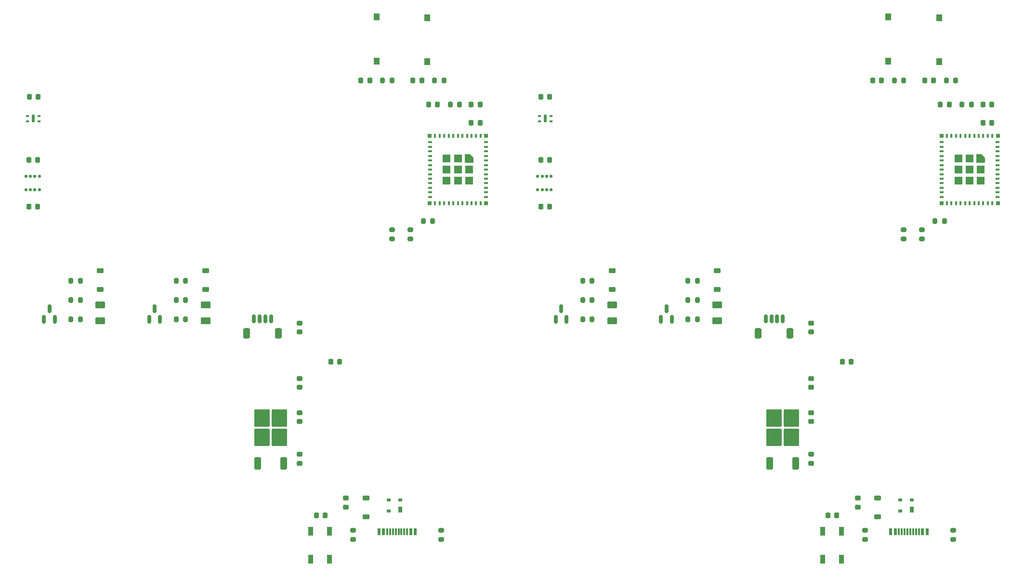
<source format=gbr>
%TF.GenerationSoftware,KiCad,Pcbnew,(7.0.0-0)*%
%TF.CreationDate,2023-04-09T15:50:48-04:00*%
%TF.ProjectId,KwartzLab-SensorBoard-Rev2 Panel,4b776172-747a-44c6-9162-2d53656e736f,2*%
%TF.SameCoordinates,Original*%
%TF.FileFunction,Paste,Top*%
%TF.FilePolarity,Positive*%
%FSLAX46Y46*%
G04 Gerber Fmt 4.6, Leading zero omitted, Abs format (unit mm)*
G04 Created by KiCad (PCBNEW (7.0.0-0)) date 2023-04-09 15:50:48*
%MOMM*%
%LPD*%
G01*
G04 APERTURE LIST*
G04 Aperture macros list*
%AMRoundRect*
0 Rectangle with rounded corners*
0 $1 Rounding radius*
0 $2 $3 $4 $5 $6 $7 $8 $9 X,Y pos of 4 corners*
0 Add a 4 corners polygon primitive as box body*
4,1,4,$2,$3,$4,$5,$6,$7,$8,$9,$2,$3,0*
0 Add four circle primitives for the rounded corners*
1,1,$1+$1,$2,$3*
1,1,$1+$1,$4,$5*
1,1,$1+$1,$6,$7*
1,1,$1+$1,$8,$9*
0 Add four rect primitives between the rounded corners*
20,1,$1+$1,$2,$3,$4,$5,0*
20,1,$1+$1,$4,$5,$6,$7,0*
20,1,$1+$1,$6,$7,$8,$9,0*
20,1,$1+$1,$8,$9,$2,$3,0*%
%AMFreePoly0*
4,1,6,0.725000,-0.725000,-0.725000,-0.725000,-0.725000,0.125000,-0.125000,0.725000,0.725000,0.725000,0.725000,-0.725000,0.725000,-0.725000,$1*%
G04 Aperture macros list end*
%ADD10RoundRect,0.250000X0.350000X-0.850000X0.350000X0.850000X-0.350000X0.850000X-0.350000X-0.850000X0*%
%ADD11RoundRect,0.250000X1.125000X-1.275000X1.125000X1.275000X-1.125000X1.275000X-1.125000X-1.275000X0*%
%ADD12R,1.000000X1.250000*%
%ADD13RoundRect,0.225000X-0.225000X-0.250000X0.225000X-0.250000X0.225000X0.250000X-0.225000X0.250000X0*%
%ADD14RoundRect,0.200000X0.200000X0.275000X-0.200000X0.275000X-0.200000X-0.275000X0.200000X-0.275000X0*%
%ADD15RoundRect,0.150000X0.150000X-0.587500X0.150000X0.587500X-0.150000X0.587500X-0.150000X-0.587500X0*%
%ADD16RoundRect,0.225000X0.375000X-0.225000X0.375000X0.225000X-0.375000X0.225000X-0.375000X-0.225000X0*%
%ADD17R,0.400000X0.800000*%
%ADD18R,0.800000X0.400000*%
%ADD19FreePoly0,270.000000*%
%ADD20R,1.450000X1.450000*%
%ADD21R,0.700000X0.700000*%
%ADD22RoundRect,0.200000X-0.275000X0.200000X-0.275000X-0.200000X0.275000X-0.200000X0.275000X0.200000X0*%
%ADD23RoundRect,0.200000X-0.200000X-0.275000X0.200000X-0.275000X0.200000X0.275000X-0.200000X0.275000X0*%
%ADD24RoundRect,0.225000X0.225000X0.250000X-0.225000X0.250000X-0.225000X-0.250000X0.225000X-0.250000X0*%
%ADD25RoundRect,0.225000X0.250000X-0.225000X0.250000X0.225000X-0.250000X0.225000X-0.250000X-0.225000X0*%
%ADD26R,0.900000X1.500000*%
%ADD27RoundRect,0.225000X-0.375000X0.225000X-0.375000X-0.225000X0.375000X-0.225000X0.375000X0.225000X0*%
%ADD28RoundRect,0.150000X0.150000X0.625000X-0.150000X0.625000X-0.150000X-0.625000X0.150000X-0.625000X0*%
%ADD29RoundRect,0.250000X0.350000X0.650000X-0.350000X0.650000X-0.350000X-0.650000X0.350000X-0.650000X0*%
%ADD30RoundRect,0.250000X-0.625000X0.375000X-0.625000X-0.375000X0.625000X-0.375000X0.625000X0.375000X0*%
%ADD31RoundRect,0.125000X-0.125000X-0.137500X0.125000X-0.137500X0.125000X0.137500X-0.125000X0.137500X0*%
%ADD32RoundRect,0.225000X-0.250000X0.225000X-0.250000X-0.225000X0.250000X-0.225000X0.250000X0.225000X0*%
%ADD33R,0.600000X1.150000*%
%ADD34R,0.300000X1.150000*%
%ADD35RoundRect,0.087500X-0.187500X-0.087500X0.187500X-0.087500X0.187500X0.087500X-0.187500X0.087500X0*%
%ADD36RoundRect,0.125000X-0.125000X-0.575000X0.125000X-0.575000X0.125000X0.575000X-0.125000X0.575000X0*%
%ADD37RoundRect,0.087500X0.187500X0.087500X-0.187500X0.087500X-0.187500X-0.087500X0.187500X-0.087500X0*%
%ADD38R,0.700000X1.000000*%
%ADD39R,0.700000X0.600000*%
G04 APERTURE END LIST*
D10*
%TO.C,U2*%
X183144994Y-107625000D03*
D11*
X183899994Y-103000000D03*
X186949994Y-103000000D03*
X183899994Y-99650000D03*
X186949994Y-99650000D03*
D10*
X187704994Y-107625000D03*
%TD*%
%TO.C,U2*%
X93187806Y-107625000D03*
D11*
X93942806Y-103000000D03*
X96992806Y-103000000D03*
X93942806Y-99650000D03*
X96992806Y-99650000D03*
D10*
X97747806Y-107625000D03*
%TD*%
D12*
%TO.C,SW1*%
X203999993Y-29124999D03*
X203999993Y-36874999D03*
%TD*%
%TO.C,SW1*%
X114042805Y-29124999D03*
X114042805Y-36874999D03*
%TD*%
D13*
%TO.C,C7*%
X201249994Y-40250000D03*
X202799994Y-40250000D03*
%TD*%
%TO.C,C7*%
X111292806Y-40250000D03*
X112842806Y-40250000D03*
%TD*%
D14*
%TO.C,R13*%
X170449994Y-82250000D03*
X168799994Y-82250000D03*
%TD*%
%TO.C,R13*%
X80492806Y-82250000D03*
X78842806Y-82250000D03*
%TD*%
D15*
%TO.C,Q2*%
X164049994Y-82250000D03*
X165949994Y-82250000D03*
X164999994Y-80375000D03*
%TD*%
%TO.C,Q2*%
X74092806Y-82250000D03*
X75992806Y-82250000D03*
X75042806Y-80375000D03*
%TD*%
D16*
%TO.C,D6*%
X155449994Y-77050000D03*
X155449994Y-73750000D03*
%TD*%
%TO.C,D6*%
X65492806Y-77050000D03*
X65492806Y-73750000D03*
%TD*%
D17*
%TO.C,U1*%
X222299993Y-50049999D03*
X221499993Y-50049999D03*
X220699993Y-50049999D03*
X219899993Y-50049999D03*
X219099993Y-50049999D03*
X218299993Y-50049999D03*
X217499993Y-50049999D03*
X216699993Y-50049999D03*
X215899993Y-50049999D03*
X215099993Y-50049999D03*
X214299993Y-50049999D03*
D18*
X213399993Y-51149999D03*
X213399993Y-51949999D03*
X213399993Y-52749999D03*
X213399993Y-53549999D03*
X213399993Y-54349999D03*
X213399993Y-55149999D03*
X213399993Y-55949999D03*
X213399993Y-56749999D03*
X213399993Y-57549999D03*
X213399993Y-58349999D03*
X213399993Y-59149999D03*
X213399993Y-59949999D03*
X213399993Y-60749999D03*
D17*
X214299993Y-61849999D03*
X215099993Y-61849999D03*
X215899993Y-61849999D03*
X216699993Y-61849999D03*
X217499993Y-61849999D03*
X218299993Y-61849999D03*
X219099993Y-61849999D03*
X219899993Y-61849999D03*
X220699993Y-61849999D03*
X221499993Y-61849999D03*
X222299993Y-61849999D03*
D18*
X223199993Y-60749999D03*
X223199993Y-59949999D03*
X223199993Y-59149999D03*
X223199993Y-58349999D03*
X223199993Y-57549999D03*
X223199993Y-56749999D03*
X223199993Y-55949999D03*
X223199993Y-55149999D03*
X223199993Y-54349999D03*
X223199993Y-53549999D03*
X223199993Y-52749999D03*
X223199993Y-51949999D03*
X223199993Y-51149999D03*
D19*
X220274994Y-53975000D03*
D20*
X218299993Y-53974999D03*
X216324993Y-53974999D03*
X220274993Y-55949999D03*
X218299993Y-55949999D03*
X216324993Y-55949999D03*
X220274993Y-57924999D03*
X218299993Y-57924999D03*
X216324993Y-57924999D03*
D21*
X223249993Y-61899999D03*
X213349993Y-61899999D03*
X213349993Y-49999999D03*
X223249993Y-49999999D03*
%TD*%
D17*
%TO.C,U1*%
X132342805Y-50049999D03*
X131542805Y-50049999D03*
X130742805Y-50049999D03*
X129942805Y-50049999D03*
X129142805Y-50049999D03*
X128342805Y-50049999D03*
X127542805Y-50049999D03*
X126742805Y-50049999D03*
X125942805Y-50049999D03*
X125142805Y-50049999D03*
X124342805Y-50049999D03*
D18*
X123442805Y-51149999D03*
X123442805Y-51949999D03*
X123442805Y-52749999D03*
X123442805Y-53549999D03*
X123442805Y-54349999D03*
X123442805Y-55149999D03*
X123442805Y-55949999D03*
X123442805Y-56749999D03*
X123442805Y-57549999D03*
X123442805Y-58349999D03*
X123442805Y-59149999D03*
X123442805Y-59949999D03*
X123442805Y-60749999D03*
D17*
X124342805Y-61849999D03*
X125142805Y-61849999D03*
X125942805Y-61849999D03*
X126742805Y-61849999D03*
X127542805Y-61849999D03*
X128342805Y-61849999D03*
X129142805Y-61849999D03*
X129942805Y-61849999D03*
X130742805Y-61849999D03*
X131542805Y-61849999D03*
X132342805Y-61849999D03*
D18*
X133242805Y-60749999D03*
X133242805Y-59949999D03*
X133242805Y-59149999D03*
X133242805Y-58349999D03*
X133242805Y-57549999D03*
X133242805Y-56749999D03*
X133242805Y-55949999D03*
X133242805Y-55149999D03*
X133242805Y-54349999D03*
X133242805Y-53549999D03*
X133242805Y-52749999D03*
X133242805Y-51949999D03*
X133242805Y-51149999D03*
D19*
X130317806Y-53975000D03*
D20*
X128342805Y-53974999D03*
X126367805Y-53974999D03*
X130317805Y-55949999D03*
X128342805Y-55949999D03*
X126367805Y-55949999D03*
X130317805Y-57924999D03*
X128342805Y-57924999D03*
X126367805Y-57924999D03*
D21*
X133292805Y-61899999D03*
X123392805Y-61899999D03*
X123392805Y-49999999D03*
X133292805Y-49999999D03*
%TD*%
D22*
%TO.C,R4*%
X199879994Y-119350000D03*
X199879994Y-121000000D03*
%TD*%
%TO.C,R4*%
X109922806Y-119350000D03*
X109922806Y-121000000D03*
%TD*%
D13*
%TO.C,C2*%
X130692806Y-47750000D03*
X132242806Y-47750000D03*
%TD*%
%TO.C,C2*%
X220649994Y-47750000D03*
X222199994Y-47750000D03*
%TD*%
D23*
%TO.C,R8*%
X150299994Y-78875000D03*
X151949994Y-78875000D03*
%TD*%
%TO.C,R8*%
X60342806Y-78875000D03*
X61992806Y-78875000D03*
%TD*%
D24*
%TO.C,C14*%
X197499994Y-89750000D03*
X195949994Y-89750000D03*
%TD*%
%TO.C,C14*%
X107542806Y-89750000D03*
X105992806Y-89750000D03*
%TD*%
D22*
%TO.C,R1*%
X209949994Y-66500000D03*
X209949994Y-68150000D03*
%TD*%
%TO.C,R1*%
X119992806Y-66500000D03*
X119992806Y-68150000D03*
%TD*%
D13*
%TO.C,C10*%
X142949994Y-43187500D03*
X144499994Y-43187500D03*
%TD*%
%TO.C,C10*%
X52992806Y-43187500D03*
X54542806Y-43187500D03*
%TD*%
D25*
%TO.C,C15*%
X190449994Y-84500000D03*
X190449994Y-82950000D03*
%TD*%
%TO.C,C15*%
X100492806Y-84500000D03*
X100492806Y-82950000D03*
%TD*%
D26*
%TO.C,D3*%
X192449993Y-124399999D03*
X195749993Y-124399999D03*
X195749993Y-119499999D03*
X192449993Y-119499999D03*
%TD*%
%TO.C,D3*%
X102492805Y-124399999D03*
X105792805Y-124399999D03*
X105792805Y-119499999D03*
X102492805Y-119499999D03*
%TD*%
D25*
%TO.C,C13*%
X190449994Y-94250000D03*
X190449994Y-92700000D03*
%TD*%
%TO.C,C13*%
X100492806Y-94250000D03*
X100492806Y-92700000D03*
%TD*%
D22*
%TO.C,R5*%
X125422806Y-119350000D03*
X125422806Y-121000000D03*
%TD*%
%TO.C,R5*%
X215379994Y-119350000D03*
X215379994Y-121000000D03*
%TD*%
D12*
%TO.C,SW2*%
X212949993Y-29249999D03*
X212949993Y-36999999D03*
%TD*%
%TO.C,SW2*%
X122992805Y-29249999D03*
X122992805Y-36999999D03*
%TD*%
D25*
%TO.C,C5*%
X100492806Y-100250000D03*
X100492806Y-98700000D03*
%TD*%
%TO.C,C5*%
X190449994Y-100250000D03*
X190449994Y-98700000D03*
%TD*%
D23*
%TO.C,R7*%
X214199994Y-40250000D03*
X215849994Y-40250000D03*
%TD*%
%TO.C,R7*%
X124242806Y-40250000D03*
X125892806Y-40250000D03*
%TD*%
D27*
%TO.C,D2*%
X202129994Y-113700000D03*
X202129994Y-117000000D03*
%TD*%
%TO.C,D2*%
X112172806Y-113700000D03*
X112172806Y-117000000D03*
%TD*%
D13*
%TO.C,C1*%
X213149994Y-44500000D03*
X214699994Y-44500000D03*
%TD*%
%TO.C,C1*%
X123192806Y-44500000D03*
X124742806Y-44500000D03*
%TD*%
D28*
%TO.C,J7*%
X185449994Y-82225000D03*
X184449994Y-82225000D03*
X183449994Y-82225000D03*
X182449994Y-82225000D03*
D29*
X186749994Y-84750000D03*
X181149994Y-84750000D03*
%TD*%
D28*
%TO.C,J7*%
X95492806Y-82225000D03*
X94492806Y-82225000D03*
X93492806Y-82225000D03*
X92492806Y-82225000D03*
D29*
X96792806Y-84750000D03*
X91192806Y-84750000D03*
%TD*%
D13*
%TO.C,C8*%
X210399994Y-40250000D03*
X211949994Y-40250000D03*
%TD*%
%TO.C,C8*%
X120442806Y-40250000D03*
X121992806Y-40250000D03*
%TD*%
D23*
%TO.C,R14*%
X212199994Y-64990000D03*
X213849994Y-64990000D03*
%TD*%
%TO.C,R14*%
X122242806Y-64990000D03*
X123892806Y-64990000D03*
%TD*%
D14*
%TO.C,R10*%
X151949994Y-75500000D03*
X150299994Y-75500000D03*
%TD*%
%TO.C,R10*%
X61992806Y-75500000D03*
X60342806Y-75500000D03*
%TD*%
%TO.C,R12*%
X170449994Y-75500000D03*
X168799994Y-75500000D03*
%TD*%
%TO.C,R12*%
X80492806Y-75500000D03*
X78842806Y-75500000D03*
%TD*%
D16*
%TO.C,D7*%
X173949994Y-77050000D03*
X173949994Y-73750000D03*
%TD*%
%TO.C,D7*%
X83992806Y-77050000D03*
X83992806Y-73750000D03*
%TD*%
D30*
%TO.C,D4*%
X155449994Y-79700000D03*
X155449994Y-82500000D03*
%TD*%
%TO.C,D4*%
X65492806Y-79700000D03*
X65492806Y-82500000D03*
%TD*%
D13*
%TO.C,C3*%
X220649994Y-44500000D03*
X222199994Y-44500000D03*
%TD*%
%TO.C,C3*%
X130692806Y-44500000D03*
X132242806Y-44500000D03*
%TD*%
D31*
%TO.C,U4*%
X142349994Y-57125000D03*
X143149994Y-57125000D03*
X143949994Y-57125000D03*
X144749994Y-57125000D03*
X144749994Y-59500000D03*
X143949994Y-59500000D03*
X143149994Y-59500000D03*
X142349994Y-59500000D03*
%TD*%
%TO.C,U4*%
X52392806Y-57125000D03*
X53192806Y-57125000D03*
X53992806Y-57125000D03*
X54792806Y-57125000D03*
X54792806Y-59500000D03*
X53992806Y-59500000D03*
X53192806Y-59500000D03*
X52392806Y-59500000D03*
%TD*%
D32*
%TO.C,C6*%
X198629994Y-113700000D03*
X198629994Y-115250000D03*
%TD*%
%TO.C,C6*%
X108672806Y-113700000D03*
X108672806Y-115250000D03*
%TD*%
D33*
%TO.C,J2*%
X204429993Y-119644999D03*
X205229993Y-119644999D03*
D34*
X206379993Y-119644999D03*
X207379993Y-119644999D03*
X207879993Y-119644999D03*
X208879993Y-119644999D03*
D33*
X210029993Y-119644999D03*
X210829993Y-119644999D03*
X210829993Y-119644999D03*
X210029993Y-119644999D03*
D34*
X209379993Y-119644999D03*
X208379993Y-119644999D03*
X206879993Y-119644999D03*
X205879993Y-119644999D03*
D33*
X205229993Y-119644999D03*
X204429993Y-119644999D03*
%TD*%
%TO.C,J2*%
X114472805Y-119644999D03*
X115272805Y-119644999D03*
D34*
X116422805Y-119644999D03*
X117422805Y-119644999D03*
X117922805Y-119644999D03*
X118922805Y-119644999D03*
D33*
X120072805Y-119644999D03*
X120872805Y-119644999D03*
X120872805Y-119644999D03*
X120072805Y-119644999D03*
D34*
X119422805Y-119644999D03*
X118422805Y-119644999D03*
X116922805Y-119644999D03*
X115922805Y-119644999D03*
D33*
X115272805Y-119644999D03*
X114472805Y-119644999D03*
%TD*%
D14*
%TO.C,R11*%
X151949994Y-82250000D03*
X150299994Y-82250000D03*
%TD*%
%TO.C,R11*%
X61992806Y-82250000D03*
X60342806Y-82250000D03*
%TD*%
D15*
%TO.C,Q1*%
X145549994Y-82250000D03*
X147449994Y-82250000D03*
X146499994Y-80375000D03*
%TD*%
%TO.C,Q1*%
X55592806Y-82250000D03*
X57492806Y-82250000D03*
X56542806Y-80375000D03*
%TD*%
D22*
%TO.C,R2*%
X206699994Y-66500000D03*
X206699994Y-68150000D03*
%TD*%
%TO.C,R2*%
X116742806Y-66500000D03*
X116742806Y-68150000D03*
%TD*%
D35*
%TO.C,U3*%
X142649994Y-46500000D03*
X142649994Y-47500000D03*
D36*
X143674994Y-47000000D03*
D37*
X144699994Y-46500000D03*
X144699994Y-47500000D03*
%TD*%
D35*
%TO.C,U3*%
X52692806Y-46500000D03*
X52692806Y-47500000D03*
D36*
X53717806Y-47000000D03*
D37*
X54742806Y-46500000D03*
X54742806Y-47500000D03*
%TD*%
D23*
%TO.C,R9*%
X168799994Y-78875000D03*
X170449994Y-78875000D03*
%TD*%
%TO.C,R9*%
X78842806Y-78875000D03*
X80492806Y-78875000D03*
%TD*%
D30*
%TO.C,D5*%
X173949994Y-79700000D03*
X173949994Y-82500000D03*
%TD*%
%TO.C,D5*%
X83992806Y-79700000D03*
X83992806Y-82500000D03*
%TD*%
D38*
%TO.C,D1*%
X208129993Y-115749999D03*
D39*
X208129993Y-114049999D03*
X206129993Y-114049999D03*
X206129993Y-115949999D03*
%TD*%
D38*
%TO.C,D1*%
X118172805Y-115749999D03*
D39*
X118172805Y-114049999D03*
X116172805Y-114049999D03*
X116172805Y-115949999D03*
%TD*%
D25*
%TO.C,C4*%
X190449994Y-107550000D03*
X190449994Y-106000000D03*
%TD*%
%TO.C,C4*%
X100492806Y-107550000D03*
X100492806Y-106000000D03*
%TD*%
D23*
%TO.C,R6*%
X205049994Y-40250000D03*
X206699994Y-40250000D03*
%TD*%
%TO.C,R6*%
X115092806Y-40250000D03*
X116742806Y-40250000D03*
%TD*%
D13*
%TO.C,C11*%
X142899994Y-54250000D03*
X144449994Y-54250000D03*
%TD*%
%TO.C,C11*%
X52942806Y-54250000D03*
X54492806Y-54250000D03*
%TD*%
%TO.C,C9*%
X193399994Y-116750000D03*
X194949994Y-116750000D03*
%TD*%
%TO.C,C9*%
X103442806Y-116750000D03*
X104992806Y-116750000D03*
%TD*%
D14*
%TO.C,R3*%
X218599994Y-44500000D03*
X216949994Y-44500000D03*
%TD*%
%TO.C,R3*%
X128642806Y-44500000D03*
X126992806Y-44500000D03*
%TD*%
D13*
%TO.C,C12*%
X52942806Y-62500000D03*
X54492806Y-62500000D03*
%TD*%
%TO.C,C12*%
X142899994Y-62500000D03*
X144449994Y-62500000D03*
%TD*%
M02*

</source>
